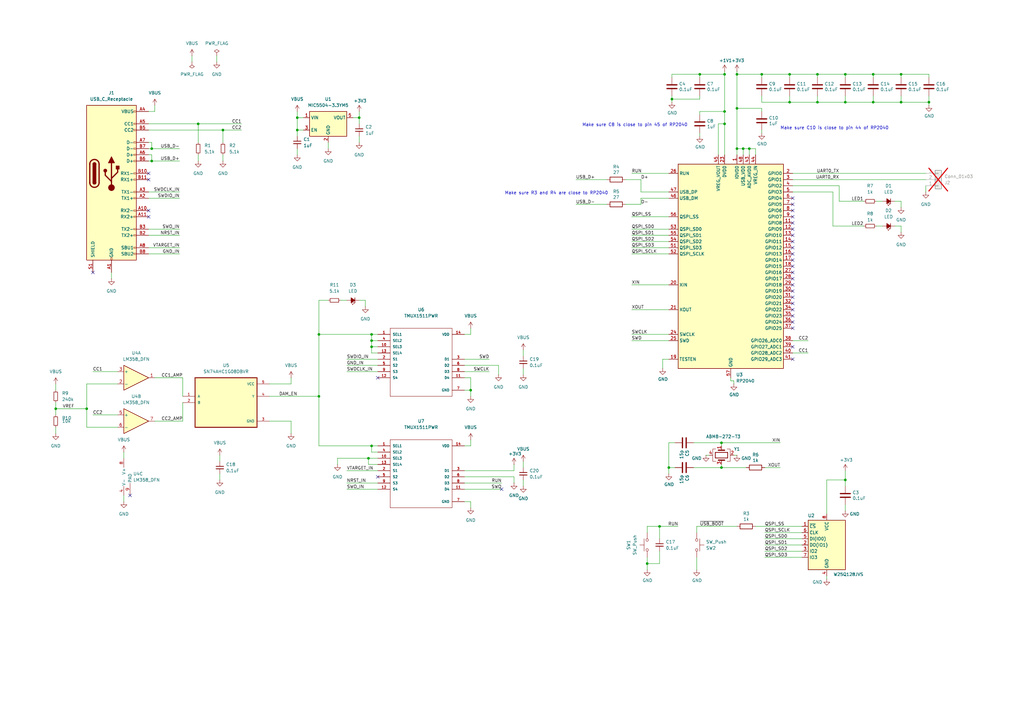
<source format=kicad_sch>
(kicad_sch (version 20231120) (generator "eeschema") (generator_version "8.0")
  (paper "A3")
  (title_block (title "SWD2USBC Sample Target") (date "2025-02-16") (rev "v1.1") (company "alvarop.com"))
  (junction (at 147.32 48.26))
  (junction (at 304.8 60.96))
  (junction (at 346.71 41.91))
  (junction (at 287.02 30.48))
  (junction (at 270.51 215.9))
  (junction (at 312.42 30.48))
  (junction (at 369.57 41.91))
  (junction (at 307.34 60.96))
  (junction (at 295.91 181.61))
  (junction (at 130.81 162.56))
  (junction (at 152.4 142.24))
  (junction (at 297.18 45.72))
  (junction (at 121.92 53.34))
  (junction (at 358.14 41.91))
  (junction (at 152.4 137.16))
  (junction (at 152.4 182.88))
  (junction (at 302.26 44.45))
  (junction (at 274.32 191.77))
  (junction (at 152.4 139.7))
  (junction (at 302.26 30.48))
  (junction (at 297.18 30.48))
  (junction (at 275.59 40.64))
  (junction (at 323.85 41.91))
  (junction (at 193.04 160.02))
  (junction (at 130.81 137.16))
  (junction (at 335.28 30.48))
  (junction (at 335.28 41.91))
  (junction (at 295.91 191.77))
  (junction (at 265.43 231.14))
  (junction (at 358.14 30.48))
  (junction (at 151.13 187.96))
  (junction (at 323.85 30.48))
  (junction (at 62.23 60.96))
  (junction (at 81.28 50.8))
  (junction (at 346.71 30.48))
  (junction (at 297.18 50.8))
  (junction (at 381 41.91))
  (junction (at 35.56 167.64))
  (junction (at 91.44 53.34))
  (junction (at 22.86 167.64))
  (junction (at 346.71 196.85))
  (junction (at 302.26 60.96))
  (junction (at 121.92 48.26))
  (junction (at 369.57 30.48))
  (junction (at 62.23 66.04))
  (no_connect (at 325.12 96.52))
  (no_connect (at 325.12 147.32))
  (no_connect (at 60.96 73.66))
  (no_connect (at 325.12 142.24))
  (no_connect (at 38.1 111.76))
  (no_connect (at 325.12 81.28))
  (no_connect (at 154.94 154.94))
  (no_connect (at 325.12 83.82))
  (no_connect (at 325.12 104.14))
  (no_connect (at 325.12 91.44))
  (no_connect (at 325.12 88.9))
  (no_connect (at 205.74 200.66))
  (no_connect (at 325.12 124.46))
  (no_connect (at 325.12 129.54))
  (no_connect (at 325.12 101.6))
  (no_connect (at 325.12 111.76))
  (no_connect (at 325.12 119.38))
  (no_connect (at 325.12 106.68))
  (no_connect (at 325.12 99.06))
  (no_connect (at 325.12 109.22))
  (no_connect (at 325.12 134.62))
  (no_connect (at 154.94 195.58))
  (no_connect (at 60.96 71.12))
  (no_connect (at 325.12 93.98))
  (no_connect (at 60.96 88.9))
  (no_connect (at 53.34 203.2))
  (no_connect (at 325.12 121.92))
  (no_connect (at 325.12 127))
  (no_connect (at 60.96 86.36))
  (no_connect (at 325.12 114.3))
  (no_connect (at 325.12 116.84))
  (no_connect (at 325.12 132.08))
  (no_connect (at 325.12 86.36))
  (wire (pts (xy 262.89 83.82) (xy 262.89 81.28)))
  (wire (pts (xy 346.71 39.37) (xy 346.71 41.91)))
  (wire (pts (xy 154.94 137.16) (xy 152.4 137.16)))
  (wire (pts (xy 38.1 152.4) (xy 48.26 152.4)))
  (wire (pts (xy 60.96 50.8) (xy 81.28 50.8)))
  (wire (pts (xy 312.42 30.48) (xy 323.85 30.48)))
  (wire (pts (xy 339.09 237.49) (xy 339.09 236.22)))
  (wire (pts (xy 369.57 39.37) (xy 369.57 41.91)))
  (wire (pts (xy 214.63 189.23) (xy 214.63 191.77)))
  (wire (pts (xy 35.56 157.48) (xy 48.26 157.48)))
  (wire (pts (xy 369.57 41.91) (xy 381 41.91)))
  (wire (pts (xy 152.4 185.42) (xy 154.94 185.42)))
  (wire (pts (xy 302.26 44.45) (xy 312.42 44.45)))
  (wire (pts (xy 312.42 45.72) (xy 312.42 44.45)))
  (wire (pts (xy 276.86 181.61) (xy 274.32 181.61)))
  (wire (pts (xy 299.72 156.21) (xy 300.99 156.21)))
  (wire (pts (xy 325.12 144.78) (xy 331.47 144.78)))
  (wire (pts (xy 369.57 92.71) (xy 369.57 95.25)))
  (wire (pts (xy 262.89 73.66) (xy 262.89 78.74)))
  (wire (pts (xy 262.89 83.82) (xy 256.54 83.82)))
  (wire (pts (xy 312.42 53.34) (xy 312.42 54.61)))
  (wire (pts (xy 358.14 39.37) (xy 358.14 41.91)))
  (wire (pts (xy 339.09 196.85) (xy 339.09 210.82)))
  (wire (pts (xy 119.38 157.48) (xy 110.49 157.48)))
  (wire (pts (xy 35.56 157.48) (xy 35.56 167.64)))
  (wire (pts (xy 142.24 152.4) (xy 154.94 152.4)))
  (wire (pts (xy 130.81 123.19) (xy 130.81 137.16)))
  (wire (pts (xy 359.41 92.71) (xy 361.95 92.71)))
  (wire (pts (xy 22.86 165.1) (xy 22.86 167.64)))
  (wire (pts (xy 275.59 30.48) (xy 287.02 30.48)))
  (wire (pts (xy 358.14 30.48) (xy 369.57 30.48)))
  (wire (pts (xy 134.62 123.19) (xy 130.81 123.19)))
  (wire (pts (xy 302.26 30.48) (xy 312.42 30.48)))
  (wire (pts (xy 154.94 182.88) (xy 152.4 182.88)))
  (wire (pts (xy 295.91 191.77) (xy 306.07 191.77)))
  (wire (pts (xy 276.86 191.77) (xy 274.32 191.77)))
  (wire (pts (xy 62.23 60.96) (xy 73.66 60.96)))
  (wire (pts (xy 152.4 144.78) (xy 154.94 144.78)))
  (wire (pts (xy 369.57 82.55) (xy 369.57 85.09)))
  (wire (pts (xy 50.8 203.2) (xy 50.8 205.74)))
  (wire (pts (xy 62.23 63.5) (xy 62.23 66.04)))
  (wire (pts (xy 295.91 190.5) (xy 295.91 191.77)))
  (wire (pts (xy 275.59 39.37) (xy 275.59 40.64)))
  (wire (pts (xy 48.26 175.26) (xy 35.56 175.26)))
  (wire (pts (xy 190.5 200.66) (xy 205.74 200.66)))
  (wire (pts (xy 193.04 134.62) (xy 193.04 137.16)))
  (wire (pts (xy 275.59 31.75) (xy 275.59 30.48)))
  (wire (pts (xy 294.64 50.8) (xy 294.64 63.5)))
  (wire (pts (xy 312.42 31.75) (xy 312.42 30.48)))
  (wire (pts (xy 119.38 154.94) (xy 119.38 157.48)))
  (wire (pts (xy 236.22 73.66) (xy 248.92 73.66)))
  (wire (pts (xy 341.63 92.71) (xy 354.33 92.71)))
  (wire (pts (xy 285.75 215.9) (xy 302.26 215.9)))
  (wire (pts (xy 284.48 181.61) (xy 295.91 181.61)))
  (wire (pts (xy 262.89 81.28) (xy 274.32 81.28)))
  (wire (pts (xy 190.5 147.32) (xy 200.66 147.32)))
  (wire (pts (xy 262.89 73.66) (xy 256.54 73.66)))
  (wire (pts (xy 142.24 193.04) (xy 154.94 193.04)))
  (wire (pts (xy 271.78 147.32) (xy 271.78 151.13)))
  (wire (pts (xy 287.02 54.61) (xy 287.02 55.88)))
  (wire (pts (xy 287.02 46.99) (xy 287.02 45.72)))
  (wire (pts (xy 275.59 40.64) (xy 287.02 40.64)))
  (wire (pts (xy 359.41 82.55) (xy 361.95 82.55)))
  (wire (pts (xy 63.5 154.94) (xy 74.93 154.94)))
  (wire (pts (xy 284.48 191.77) (xy 295.91 191.77)))
  (wire (pts (xy 328.93 223.52) (xy 313.69 223.52)))
  (wire (pts (xy 121.92 60.96) (xy 121.92 63.5)))
  (wire (pts (xy 74.93 154.94) (xy 74.93 162.56)))
  (wire (pts (xy 325.12 71.12) (xy 379.73 71.12)))
  (wire (pts (xy 381 31.75) (xy 381 30.48)))
  (wire (pts (xy 119.38 172.72) (xy 110.49 172.72)))
  (wire (pts (xy 60.96 96.52) (xy 73.66 96.52)))
  (wire (pts (xy 152.4 142.24) (xy 154.94 142.24)))
  (wire (pts (xy 214.63 196.85) (xy 214.63 199.39)))
  (wire (pts (xy 297.18 30.48) (xy 297.18 45.72)))
  (wire (pts (xy 152.4 137.16) (xy 152.4 139.7)))
  (wire (pts (xy 274.32 191.77) (xy 274.32 194.31)))
  (wire (pts (xy 190.5 149.86) (xy 204.47 149.86)))
  (wire (pts (xy 297.18 45.72) (xy 297.18 50.8)))
  (wire (pts (xy 130.81 137.16) (xy 152.4 137.16)))
  (wire (pts (xy 294.64 50.8) (xy 297.18 50.8)))
  (wire (pts (xy 152.4 139.7) (xy 154.94 139.7)))
  (wire (pts (xy 335.28 39.37) (xy 335.28 41.91)))
  (wire (pts (xy 262.89 78.74) (xy 274.32 78.74)))
  (wire (pts (xy 214.63 143.51) (xy 214.63 146.05)))
  (wire (pts (xy 38.1 170.18) (xy 48.26 170.18)))
  (wire (pts (xy 297.18 50.8) (xy 297.18 63.5)))
  (wire (pts (xy 259.08 104.14) (xy 274.32 104.14)))
  (wire (pts (xy 22.86 157.48) (xy 22.86 160.02)))
  (wire (pts (xy 193.04 180.34) (xy 193.04 182.88)))
  (wire (pts (xy 302.26 44.45) (xy 302.26 60.96)))
  (wire (pts (xy 302.26 30.48) (xy 302.26 44.45)))
  (wire (pts (xy 78.74 22.86) (xy 78.74 25.4)))
  (wire (pts (xy 313.69 191.77) (xy 320.04 191.77)))
  (wire (pts (xy 285.75 228.6) (xy 285.75 233.68)))
  (wire (pts (xy 142.24 149.86) (xy 154.94 149.86)))
  (wire (pts (xy 149.86 123.19) (xy 149.86 125.73)))
  (wire (pts (xy 367.03 82.55) (xy 369.57 82.55)))
  (wire (pts (xy 60.96 93.98) (xy 73.66 93.98)))
  (wire (pts (xy 90.17 186.69) (xy 90.17 189.23)))
  (wire (pts (xy 274.32 181.61) (xy 274.32 191.77)))
  (wire (pts (xy 110.49 162.56) (xy 130.81 162.56)))
  (wire (pts (xy 259.08 116.84) (xy 274.32 116.84)))
  (wire (pts (xy 309.88 63.5) (xy 309.88 60.96)))
  (wire (pts (xy 130.81 162.56) (xy 130.81 137.16)))
  (wire (pts (xy 193.04 137.16) (xy 190.5 137.16)))
  (wire (pts (xy 88.9 22.86) (xy 88.9 25.4)))
  (wire (pts (xy 138.43 187.96) (xy 138.43 190.5)))
  (wire (pts (xy 91.44 63.5) (xy 91.44 66.04)))
  (wire (pts (xy 130.81 162.56) (xy 130.81 182.88)))
  (wire (pts (xy 190.5 154.94) (xy 193.04 154.94)))
  (wire (pts (xy 190.5 195.58) (xy 210.82 195.58)))
  (wire (pts (xy 300.99 156.21) (xy 300.99 157.48)))
  (wire (pts (xy 274.32 139.7) (xy 259.08 139.7)))
  (wire (pts (xy 259.08 99.06) (xy 274.32 99.06)))
  (wire (pts (xy 265.43 231.14) (xy 265.43 233.68)))
  (wire (pts (xy 22.86 175.26) (xy 22.86 177.8)))
  (wire (pts (xy 346.71 41.91) (xy 335.28 41.91)))
  (wire (pts (xy 287.02 40.64) (xy 287.02 39.37)))
  (wire (pts (xy 265.43 228.6) (xy 265.43 231.14)))
  (wire (pts (xy 74.93 172.72) (xy 74.93 165.1)))
  (wire (pts (xy 60.96 53.34) (xy 91.44 53.34)))
  (wire (pts (xy 309.88 60.96) (xy 307.34 60.96)))
  (wire (pts (xy 142.24 147.32) (xy 154.94 147.32)))
  (wire (pts (xy 134.62 58.42) (xy 134.62 60.96)))
  (wire (pts (xy 346.71 30.48) (xy 358.14 30.48)))
  (wire (pts (xy 193.04 160.02) (xy 190.5 160.02)))
  (wire (pts (xy 60.96 104.14) (xy 73.66 104.14)))
  (wire (pts (xy 210.82 190.5) (xy 210.82 193.04)))
  (wire (pts (xy 313.69 218.44) (xy 328.93 218.44)))
  (wire (pts (xy 259.08 137.16) (xy 274.32 137.16)))
  (wire (pts (xy 81.28 50.8) (xy 99.06 50.8)))
  (wire (pts (xy 121.92 53.34) (xy 121.92 48.26)))
  (wire (pts (xy 271.78 147.32) (xy 274.32 147.32)))
  (wire (pts (xy 335.28 31.75) (xy 335.28 30.48)))
  (wire (pts (xy 204.47 149.86) (xy 204.47 153.67)))
  (wire (pts (xy 270.51 226.06) (xy 270.51 231.14)))
  (wire (pts (xy 307.34 60.96) (xy 307.34 63.5)))
  (wire (pts (xy 295.91 181.61) (xy 320.04 181.61)))
  (wire (pts (xy 300.99 186.69) (xy 302.26 186.69)))
  (wire (pts (xy 62.23 60.96) (xy 60.96 60.96)))
  (wire (pts (xy 193.04 154.94) (xy 193.04 160.02)))
  (wire (pts (xy 259.08 127) (xy 274.32 127)))
  (wire (pts (xy 151.13 187.96) (xy 151.13 190.5)))
  (wire (pts (xy 265.43 215.9) (xy 270.51 215.9)))
  (wire (pts (xy 312.42 39.37) (xy 312.42 41.91)))
  (wire (pts (xy 325.12 139.7) (xy 331.47 139.7)))
  (wire (pts (xy 304.8 60.96) (xy 304.8 63.5)))
  (wire (pts (xy 139.7 123.19) (xy 142.24 123.19)))
  (wire (pts (xy 287.02 30.48) (xy 297.18 30.48)))
  (wire (pts (xy 259.08 96.52) (xy 274.32 96.52)))
  (wire (pts (xy 299.72 154.94) (xy 299.72 156.21)))
  (wire (pts (xy 91.44 53.34) (xy 91.44 58.42)))
  (wire (pts (xy 147.32 123.19) (xy 149.86 123.19)))
  (wire (pts (xy 325.12 76.2) (xy 344.17 76.2)))
  (wire (pts (xy 381 41.91) (xy 381 43.18)))
  (wire (pts (xy 302.26 29.21) (xy 302.26 30.48)))
  (wire (pts (xy 63.5 172.72) (xy 74.93 172.72)))
  (wire (pts (xy 287.02 45.72) (xy 297.18 45.72)))
  (wire (pts (xy 341.63 78.74) (xy 341.63 92.71)))
  (wire (pts (xy 323.85 31.75) (xy 323.85 30.48)))
  (wire (pts (xy 130.81 182.88) (xy 152.4 182.88)))
  (wire (pts (xy 367.03 92.71) (xy 369.57 92.71)))
  (wire (pts (xy 259.08 101.6) (xy 274.32 101.6)))
  (wire (pts (xy 147.32 48.26) (xy 147.32 50.8)))
  (wire (pts (xy 152.4 139.7) (xy 152.4 142.24)))
  (wire (pts (xy 309.88 215.9) (xy 328.93 215.9)))
  (wire (pts (xy 60.96 63.5) (xy 62.23 63.5)))
  (wire (pts (xy 325.12 73.66) (xy 379.73 73.66)))
  (wire (pts (xy 307.34 60.96) (xy 304.8 60.96)))
  (wire (pts (xy 60.96 101.6) (xy 73.66 101.6)))
  (wire (pts (xy 295.91 182.88) (xy 295.91 181.61)))
  (wire (pts (xy 81.28 50.8) (xy 81.28 58.42)))
  (wire (pts (xy 369.57 31.75) (xy 369.57 30.48)))
  (wire (pts (xy 381 39.37) (xy 381 41.91)))
  (wire (pts (xy 265.43 218.44) (xy 265.43 215.9)))
  (wire (pts (xy 346.71 193.04) (xy 346.71 196.85)))
  (wire (pts (xy 190.5 193.04) (xy 210.82 193.04)))
  (wire (pts (xy 328.93 228.6) (xy 313.69 228.6)))
  (wire (pts (xy 248.92 83.82) (xy 236.22 83.82)))
  (wire (pts (xy 369.57 41.91) (xy 358.14 41.91)))
  (wire (pts (xy 121.92 45.72) (xy 121.92 48.26)))
  (wire (pts (xy 346.71 196.85) (xy 346.71 199.39)))
  (wire (pts (xy 119.38 177.8) (xy 119.38 172.72)))
  (wire (pts (xy 22.86 167.64) (xy 35.56 167.64)))
  (wire (pts (xy 259.08 88.9) (xy 274.32 88.9)))
  (wire (pts (xy 35.56 167.64) (xy 35.56 175.26)))
  (wire (pts (xy 270.51 215.9) (xy 270.51 220.98)))
  (wire (pts (xy 214.63 151.13) (xy 214.63 153.67)))
  (wire (pts (xy 346.71 207.01) (xy 346.71 209.55)))
  (wire (pts (xy 142.24 200.66) (xy 154.94 200.66)))
  (wire (pts (xy 323.85 41.91) (xy 312.42 41.91)))
  (wire (pts (xy 60.96 78.74) (xy 73.66 78.74)))
  (wire (pts (xy 270.51 215.9) (xy 278.13 215.9)))
  (wire (pts (xy 304.8 60.96) (xy 302.26 60.96)))
  (wire (pts (xy 259.08 71.12) (xy 274.32 71.12)))
  (wire (pts (xy 91.44 53.34) (xy 99.06 53.34)))
  (wire (pts (xy 193.04 205.74) (xy 190.5 205.74)))
  (wire (pts (xy 193.04 162.56) (xy 193.04 160.02)))
  (wire (pts (xy 346.71 196.85) (xy 339.09 196.85)))
  (wire (pts (xy 297.18 29.21) (xy 297.18 30.48)))
  (wire (pts (xy 210.82 198.12) (xy 210.82 195.58)))
  (wire (pts (xy 344.17 82.55) (xy 354.33 82.55)))
  (wire (pts (xy 63.5 45.72) (xy 60.96 45.72)))
  (wire (pts (xy 60.96 81.28) (xy 73.66 81.28)))
  (wire (pts (xy 45.72 111.76) (xy 45.72 114.3)))
  (wire (pts (xy 190.5 152.4) (xy 200.66 152.4)))
  (wire (pts (xy 289.56 186.69) (xy 290.83 186.69)))
  (wire (pts (xy 90.17 194.31) (xy 90.17 196.85)))
  (wire (pts (xy 22.86 167.64) (xy 22.86 170.18)))
  (wire (pts (xy 285.75 215.9) (xy 285.75 218.44)))
  (wire (pts (xy 124.46 53.34) (xy 121.92 53.34)))
  (wire (pts (xy 151.13 190.5) (xy 154.94 190.5)))
  (wire (pts (xy 154.94 187.96) (xy 151.13 187.96)))
  (wire (pts (xy 265.43 231.14) (xy 270.51 231.14)))
  (wire (pts (xy 358.14 41.91) (xy 346.71 41.91)))
  (wire (pts (xy 151.13 187.96) (xy 138.43 187.96)))
  (wire (pts (xy 147.32 45.72) (xy 147.32 48.26)))
  (wire (pts (xy 63.5 43.18) (xy 63.5 45.72)))
  (wire (pts (xy 193.04 208.28) (xy 193.04 205.74)))
  (wire (pts (xy 344.17 76.2) (xy 344.17 82.55)))
  (wire (pts (xy 60.96 66.04) (xy 62.23 66.04)))
  (wire (pts (xy 346.71 31.75) (xy 346.71 30.48)))
  (wire (pts (xy 379.73 78.74) (xy 379.73 76.2)))
  (wire (pts (xy 190.5 198.12) (xy 205.74 198.12)))
  (wire (pts (xy 147.32 48.26) (xy 144.78 48.26)))
  (wire (pts (xy 121.92 53.34) (xy 121.92 55.88)))
  (wire (pts (xy 335.28 41.91) (xy 323.85 41.91)))
  (wire (pts (xy 358.14 31.75) (xy 358.14 30.48)))
  (wire (pts (xy 335.28 30.48) (xy 346.71 30.48)))
  (wire (pts (xy 193.04 182.88) (xy 190.5 182.88)))
  (wire (pts (xy 369.57 30.48) (xy 381 30.48)))
  (wire (pts (xy 323.85 30.48) (xy 335.28 30.48)))
  (wire (pts (xy 147.32 55.88) (xy 147.32 58.42)))
  (wire (pts (xy 259.08 93.98) (xy 274.32 93.98)))
  (wire (pts (xy 62.23 58.42) (xy 62.23 60.96)))
  (wire (pts (xy 50.8 185.42) (xy 50.8 187.96)))
  (wire (pts (xy 323.85 39.37) (xy 323.85 41.91)))
  (wire (pts (xy 275.59 40.64) (xy 275.59 41.91)))
  (wire (pts (xy 62.23 66.04) (xy 73.66 66.04)))
  (wire (pts (xy 325.12 78.74) (xy 341.63 78.74)))
  (wire (pts (xy 328.93 226.06) (xy 313.69 226.06)))
  (wire (pts (xy 302.26 60.96) (xy 302.26 63.5)))
  (wire (pts (xy 81.28 63.5) (xy 81.28 66.04)))
  (wire (pts (xy 121.92 48.26) (xy 124.46 48.26)))
  (wire (pts (xy 287.02 31.75) (xy 287.02 30.48)))
  (wire (pts (xy 60.96 58.42) (xy 62.23 58.42)))
  (wire (pts (xy 152.4 182.88) (xy 152.4 185.42)))
  (wire (pts (xy 152.4 142.24) (xy 152.4 144.78)))
  (wire (pts (xy 142.24 198.12) (xy 154.94 198.12)))
  (wire (pts (xy 328.93 220.98) (xy 313.69 220.98)))
  (text "Make sure C10 is close to pin 44 of RP2040" (at 320.04 53.34 0) (effects (font (size 1.27 1.27)) (justify left bottom)))
  (text "Make sure C8 is close to pin 45 of RP2040" (at 238.76 52.07 0) (effects (font (size 1.27 1.27)) (justify left bottom)))
  (text "Make sure R3 and R4 are close to RP2040" (at 249.428 80.01 0) (effects (font (size 1.27 1.27)) (justify right bottom)))
  (label "QSPI_SD3" (at 259.08 101.6 0))
  (label "CC2" (at 99.06 53.34 180))
  (label "CC2_AMP" (at 74.93 172.72 180))
  (label "DAM_EN" (at 121.92 162.56 180))
  (label "SWD" (at 259.08 139.7 0))
  (label "USB_D+" (at 236.22 73.66 0))
  (label "QSPI_SS" (at 259.08 88.9 0))
  (label "SWD" (at 200.66 147.32 180))
  (label "CC1" (at 99.06 50.8 180))
  (label "QSPI_SD0" (at 259.08 93.98 0))
  (label "SWDCLK_IN" (at 142.24 152.4 0))
  (label "USB_D+" (at 73.66 66.04 180))
  (label "SWDIO_IN" (at 142.24 147.32 0))
  (label "GND_IN" (at 73.66 104.14 180))
  (label "USB_D-" (at 73.66 60.96 180))
  (label "SWO_IN" (at 142.24 200.66 0))
  (label "RUN" (at 259.08 71.12 0))
  (label "CC1" (at 38.1 152.4 0))
  (label "XIN" (at 259.08 116.84 0))
  (label "~{USB_BOOT}" (at 287.02 215.9 0))
  (label "QSPI_SD3" (at 313.69 228.6 0))
  (label "SWCLK" (at 200.66 152.4 180))
  (label "QSPI_SCLK" (at 313.69 218.44 0))
  (label "LED2" (at 349.25 92.71 0))
  (label "SWDCLK_IN" (at 73.66 78.74 180))
  (label "CC1" (at 331.47 144.78 180))
  (label "CC2" (at 38.1 170.18 0))
  (label "CC2" (at 331.47 139.7 180))
  (label "XOUT" (at 259.08 127 0))
  (label "UART0_TX" (at 344.17 71.12 180))
  (label "GND_IN" (at 142.24 149.86 0))
  (label "SWDIO_IN" (at 73.66 81.28 180))
  (label "QSPI_SD2" (at 259.08 99.06 0))
  (label "SWO" (at 205.74 200.66 180))
  (label "UART0_RX" (at 344.17 73.66 180))
  (label "RUN" (at 278.13 215.9 180))
  (label "VREF" (at 30.48 167.64 180))
  (label "LED1" (at 349.25 82.55 0))
  (label "NRST_IN" (at 142.24 198.12 0))
  (label "D-" (at 262.89 83.82 0))
  (label "NRST_IN" (at 73.66 96.52 180))
  (label "VTARGET_IN" (at 73.66 101.6 180))
  (label "XOUT" (at 320.04 191.77 180))
  (label "D+" (at 262.89 73.66 0))
  (label "SWCLK" (at 259.08 137.16 0))
  (label "RUN" (at 205.74 198.12 180))
  (label "SWO_IN" (at 73.66 93.98 180))
  (label "QSPI_SD1" (at 313.69 223.52 0))
  (label "CC1_AMP" (at 74.93 154.94 180))
  (label "QSPI_SS" (at 313.69 215.9 0))
  (label "USB_D-" (at 236.22 83.82 0))
  (label "QSPI_SD1" (at 259.08 96.52 0))
  (label "XIN" (at 320.04 181.61 180))
  (label "VTARGET_IN" (at 142.24 193.04 0))
  (label "QSPI_SD2" (at 313.69 226.06 0))
  (label "QSPI_SD0" (at 313.69 220.98 0))
  (label "QSPI_SCLK" (at 259.08 104.14 0))
  (symbol (lib_id "power:VBUS") (at 50.8 185.42 0) (unit 1)
    (property "Reference" "#PWR03" (effects (hide yes)))
    (property "Value" "VBUS" (at 50.8 180.34 0))
  )
  (symbol (lib_id "Device:C") (at 312.42 49.53 0) (unit 1)
    (property "Reference" "C10" (at 315.341 48.3616 0) (effects (justify left)))
    (property "Value" "1uF" (at 315.341 50.673 0) (effects (justify left)))
    (property "Footprint" "Capacitor_SMD:C_0402_1005Metric" (effects (hide yes)))
    (property "LCSC" "C52923" (effects (hide yes)))
  )
  (symbol (lib_id "Device:C") (at 275.59 35.56 0) (unit 1)
    (property "Reference" "C4" (at 278.511 34.3916 0) (effects (justify left)))
    (property "Value" "0.1uF" (at 278.511 36.703 0) (effects (justify left)))
    (property "Footprint" "Capacitor_SMD:C_0402_1005Metric" (effects (hide yes)))
    (property "LCSC" "C307331" (effects (hide yes)))
    (property "MPN" "CL05B104KB54PNC" (effects (hide yes)))
  )
  (symbol (lib_id "power:GND") (at 50.8 205.74 0) (unit 1)
    (property "Reference" "#PWR036" (effects (hide yes)))
    (property "Value" "GND" (at 50.8 210.82 0))
  )
  (symbol (lib_id "Device:C") (at 381 35.56 0) (unit 1)
    (property "Reference" "C16" (at 383.921 34.3916 0) (effects (justify left)))
    (property "Value" "0.1uF" (at 383.921 36.703 0) (effects (justify left)))
    (property "Footprint" "Capacitor_SMD:C_0402_1005Metric" (effects (hide yes)))
    (property "LCSC" "C307331" (effects (hide yes)))
    (property "MPN" "CL05B104KB54PNC" (effects (hide yes)))
  )
  (symbol (lib_id "power:GND") (at 214.63 153.67 0) (unit 1)
    (property "Reference" "#PWR042" (effects (hide yes)))
    (property "Value" "GND" (at 214.63 158.75 0))
  )
  (symbol (lib_id "power:GND") (at 275.59 41.91 0) (unit 1)
    (property "Reference" "#PWR019" (effects (hide yes)))
    (property "Value" "GND" (at 275.717 46.3042 0))
    (property "Description" "Power symbol creates a global label with name \"GND\" , ground" (effects (hide yes)))
  )
  (symbol (lib_id "power:GND") (at 369.57 95.25 0) (unit 1)
    (property "Reference" "#PWR028" (effects (hide yes)))
    (property "Value" "GND" (at 369.57 100.33 0))
    (property "Description" "Power symbol creates a global label with name \"GND\" , ground" (effects (hide yes)))
  )
  (symbol (lib_id "Memory_Flash:W25Q128JVS") (at 339.09 223.52 0) (unit 1)
    (property "Reference" "U2" (at 332.74 211.455 0))
    (property "Value" "W25Q128JVS" (at 347.98 235.585 0))
    (property "Footprint" "Package_SO:SOIC-8_5.23x5.23mm_P1.27mm" (effects (hide yes)))
    (property "Datasheet" "https://www.winbond.com/resource-files/w25q128jv_dtr%20revc%2003272018%20plus.pdf" (effects (hide yes)))
    (property "Description" "128Mb Serial Flash Memory, Standard/Dual/Quad SPI, SOIC-8" (effects (hide yes)))
    (property "LCSC" "C97521" (effects (hide yes)))
    (property "MPN" "W25Q128JVS" (effects (hide yes)))
  )
  (symbol (lib_id "power:VBUS") (at 90.17 186.69 0) (unit 1)
    (property "Reference" "#PWR05" (effects (hide yes)))
    (property "Value" "VBUS" (at 90.17 181.61 0))
  )
  (symbol (lib_id "Device:R") (at 309.88 191.77 270) (unit 1)
    (property "Reference" "R6" (at 309.88 186.5122 90))
    (property "Value" "1k" (at 309.88 188.8236 90))
    (property "Footprint" "Resistor_SMD:R_0402_1005Metric" (effects (hide yes)))
    (property "LCSC" "C4190" (effects (hide yes)))
  )
  (symbol (lib_id "power:GND") (at 22.86 177.8 0) (unit 1)
    (property "Reference" "#PWR034" (effects (hide yes)))
    (property "Value" "GND" (at 22.86 182.88 0))
  )
  (symbol (lib_id "Amplifier_Operational:LM358_DFN") (at 55.88 172.72 0) (unit 2)
    (property "Reference" "U4" (at 55.88 162.56 0))
    (property "Value" "LM358_DFN" (at 55.88 165.1 0))
    (property "Footprint" "Package_DFN_QFN:DFN-8-1EP_2x2mm_P0.5mm_EP1.05x1.75mm" (effects (hide yes)))
    (property "Datasheet" "www.st.com/resource/en/datasheet/lm358.pdf" (effects (hide yes)))
    (property "MPN" "LM358QT" (effects (hide yes)))
    (property "LCSC" "C2649392" (effects (hide yes)))
  )
  (symbol (lib_id "Device:C_Small") (at 270.51 223.52 0) (unit 1)
    (property "Reference" "C17" (at 273.05 222.2563 0) (effects (justify left)))
    (property "Value" "0.1uF" (at 273.05 224.7963 0) (effects (justify left)))
    (property "Footprint" "Capacitor_SMD:C_0402_1005Metric" (effects (hide yes)))
    (property "MPN" "CL05B104KB54PNC" (effects (hide yes)))
    (property "LCSC" "C307331" (effects (hide yes)))
  )
  (symbol (lib_id "power:VBUS") (at 22.86 157.48 0) (unit 1)
    (property "Reference" "#PWR032" (effects (hide yes)))
    (property "Value" "VBUS" (at 22.86 152.4 0))
  )
  (symbol (lib_id "power:GND") (at 193.04 208.28 0) (unit 1)
    (property "Reference" "#PWR049" (effects (hide yes)))
    (property "Value" "GND" (at 193.04 213.36 0))
  )
  (symbol (lib_id "Device:C_Small") (at 214.63 148.59 0) (unit 1)
    (property "Reference" "C19" (at 217.17 147.3262 0) (effects (justify left)))
    (property "Value" "0.1uF" (at 217.17 149.8662 0) (effects (justify left)))
    (property "Footprint" "Capacitor_SMD:C_0402_1005Metric" (effects (hide yes)))
    (property "LCSC" "C307331" (effects (hide yes)))
    (property "MPN" "CL05B104KB54PNC" (effects (hide yes)))
  )
  (symbol (lib_id "Device:C") (at 287.02 50.8 0) (unit 1)
    (property "Reference" "C8" (at 289.941 49.6316 0) (effects (justify left)))
    (property "Value" "1uF" (at 289.941 51.943 0) (effects (justify left)))
    (property "Footprint" "Capacitor_SMD:C_0402_1005Metric" (effects (hide yes)))
    (property "LCSC" "C52923" (effects (hide yes)))
  )
  (symbol (lib_id "power:GND") (at 287.02 55.88 0) (unit 1)
    (property "Reference" "#PWR020" (effects (hide yes)))
    (property "Value" "GND" (at 287.147 60.2742 0))
    (property "Description" "Power symbol creates a global label with name \"GND\" , ground" (effects (hide yes)))
  )
  (symbol (lib_id "power:GND") (at 193.04 162.56 0) (unit 1)
    (property "Reference" "#PWR044" (effects (hide yes)))
    (property "Value" "GND" (at 193.04 167.64 0))
  )
  (symbol (lib_id "snapeda:TMUX1511PWR") (at 172.72 147.32 0) (unit 1)
    (property "Reference" "U6" (at 172.72 127 0))
    (property "Value" "TMUX1511PWR" (at 172.72 129.54 0))
    (property "Footprint" "snapeda:SOP65P640X120-14N" (effects (hide yes)))
    (property "MPN" "TMUX1511PWR" (effects (hide yes)))
    (property "LCSC" "C2866750" (effects (hide yes)))
  )
  (symbol (lib_id "Device:C") (at 346.71 35.56 0) (unit 1)
    (property "Reference" "C13" (at 349.631 34.3916 0) (effects (justify left)))
    (property "Value" "0.1uF" (at 349.631 36.703 0) (effects (justify left)))
    (property "Footprint" "Capacitor_SMD:C_0402_1005Metric" (effects (hide yes)))
    (property "LCSC" "C307331" (effects (hide yes)))
    (property "MPN" "CL05B104KB54PNC" (effects (hide yes)))
  )
  (symbol (lib_id "power:VBUS") (at 193.04 180.34 0) (unit 1)
    (property "Reference" "#PWR045" (effects (hide yes)))
    (property "Value" "VBUS" (at 193.04 175.26 0))
  )
  (symbol (lib_id "Device:Crystal_GND24") (at 295.91 186.69 270) (unit 1)
    (property "Reference" "Y1" (at 300.99 184.15 90) (effects (justify left)))
    (property "Value" "ABM8-272-T3" (at 289.56 179.07 90) (effects (justify left)))
    (property "Footprint" "Crystal:Crystal_SMD_3225-4Pin_3.2x2.5mm" (effects (hide yes)))
    (property "LCSC" "C20625731" (effects (hide yes)))
    (property "MPN" "ABM8-272-T3" (effects (hide yes)))
  )
  (symbol (lib_id "Device:C_Small") (at 90.17 191.77 0) (unit 1)
    (property "Reference" "C18" (at 92.71 190.5062 0) (effects (justify left)))
    (property "Value" "0.1uF" (at 92.71 193.0462 0) (effects (justify left)))
    (property "Footprint" "Capacitor_SMD:C_0402_1005Metric" (effects (hide yes)))
    (property "LCSC" "C307331" (effects (hide yes)))
    (property "MPN" "CL05B104KB54PNC" (effects (hide yes)))
  )
  (symbol (lib_id "Device:LED_Small_Filled") (at 364.49 82.55 180) (unit 1)
    (property "Reference" "D1" (at 364.4265 76.2 0))
    (property "Value" "LED" (at 364.4265 78.74 0))
    (property "Footprint" "LED_SMD:LED_0603_1608Metric" (effects (hide yes)))
    (property "LCSC" "C72038" (effects (hide yes)))
  )
  (symbol (lib_id "Device:C") (at 335.28 35.56 0) (unit 1)
    (property "Reference" "C12" (at 338.201 34.3916 0) (effects (justify left)))
    (property "Value" "0.1uF" (at 338.201 36.703 0) (effects (justify left)))
    (property "Footprint" "Capacitor_SMD:C_0402_1005Metric" (effects (hide yes)))
    (property "LCSC" "C307331" (effects (hide yes)))
    (property "MPN" "CL05B104KB54PNC" (effects (hide yes)))
  )
  (symbol (lib_id "Device:R_Small") (at 356.87 82.55 90) (unit 1)
    (property "Reference" "R7" (at 356.87 76.2 90))
    (property "Value" "1k" (at 356.87 78.74 90))
    (property "Footprint" "Resistor_SMD:R_0402_1005Metric" (effects (hide yes)))
    (property "LCSC" "C4190" (effects (hide yes)))
  )
  (symbol (lib_id "power:GND") (at 379.73 78.74 0) (unit 1)
    (property "Reference" "#PWR029" (effects (hide yes)))
    (property "Value" "GND" (at 379.73 83.82 0))
    (property "Description" "Power symbol creates a global label with name \"GND\" , ground" (effects (hide yes)))
  )
  (symbol (lib_id "Device:C") (at 358.14 35.56 0) (unit 1)
    (property "Reference" "C14" (at 361.061 34.3916 0) (effects (justify left)))
    (property "Value" "0.1uF" (at 361.061 36.703 0) (effects (justify left)))
    (property "Footprint" "Capacitor_SMD:C_0402_1005Metric" (effects (hide yes)))
    (property "LCSC" "C307331" (effects (hide yes)))
    (property "MPN" "CL05B104KB54PNC" (effects (hide yes)))
  )
  (symbol (lib_id "power:GND") (at 119.38 177.8 0) (unit 1)
    (property "Reference" "#PWR038" (effects (hide yes)))
    (property "Value" "GND" (at 119.38 182.88 0))
  )
  (symbol (lib_id "power:VBUS") (at 193.04 134.62 0) (unit 1)
    (property "Reference" "#PWR037" (effects (hide yes)))
    (property "Value" "VBUS" (at 193.04 129.54 0))
  )
  (symbol (lib_id "power:GND") (at 274.32 194.31 0) (unit 1)
    (property "Reference" "#PWR018" (effects (hide yes)))
    (property "Value" "GND" (at 274.447 198.7042 0))
    (property "Description" "Power symbol creates a global label with name \"GND\" , ground" (effects (hide yes)))
  )
  (symbol (lib_id "power:GND") (at 300.99 157.48 0) (unit 1)
    (property "Reference" "#PWR023" (effects (hide yes)))
    (property "Value" "GND" (at 301.117 161.8742 0))
    (property "Description" "Power symbol creates a global label with name \"GND\" , ground" (effects (hide yes)))
  )
  (symbol (lib_id "power:GND") (at 369.57 85.09 0) (unit 1)
    (property "Reference" "#PWR027" (effects (hide yes)))
    (property "Value" "GND" (at 369.57 90.17 0))
    (property "Description" "Power symbol creates a global label with name \"GND\" , ground" (effects (hide yes)))
  )
  (symbol (lib_id "Device:R_Small") (at 91.44 60.96 0) (unit 1)
    (property "Reference" "R2" (at 93.98 59.6899 0) (effects (justify left)))
    (property "Value" "5.1k" (at 93.98 62.2299 0) (effects (justify left)))
    (property "Footprint" "Resistor_SMD:R_0402_1005Metric" (effects (hide yes)))
    (property "LCSC" "C105872" (effects (hide yes)))
  )
  (symbol (lib_id "power:GND") (at 147.32 58.42 0) (unit 1)
    (property "Reference" "#PWR013" (effects (hide yes)))
    (property "Value" "GND" (at 147.32 63.5 0))
    (property "Description" "Power symbol creates a global label with name \"GND\" , ground" (effects (hide yes)))
  )
  (symbol (lib_id "power:VBUS") (at 119.38 154.94 0) (unit 1)
    (property "Reference" "#PWR035" (effects (hide yes)))
    (property "Value" "VBUS" (at 119.38 149.86 0))
  )
  (symbol (lib_id "power:GND") (at 210.82 198.12 0) (unit 1)
    (property "Reference" "#PWR046" (effects (hide yes)))
    (property "Value" "GND" (at 210.82 203.2 0))
  )
  (symbol (lib_id "Device:R_Small") (at 356.87 92.71 90) (unit 1)
    (property "Reference" "R8" (at 356.87 87.63 90))
    (property "Value" "1k" (at 356.87 90.17 90))
    (property "Footprint" "Resistor_SMD:R_0402_1005Metric" (effects (hide yes)))
    (property "LCSC" "C4190" (effects (hide yes)))
  )
  (symbol (lib_id "Device:R") (at 252.73 83.82 90) (mirror x) (unit 1)
    (property "Reference" "R5" (at 252.73 78.5622 90))
    (property "Value" "27" (at 252.73 80.8736 90))
    (property "Footprint" "Resistor_SMD:R_0402_1005Metric" (effects (hide yes)))
    (property "LCSC" "C137890" (effects (hide yes)))
  )
  (symbol (lib_id "power:+3V3") (at 210.82 190.5 0) (unit 1)
    (property "Reference" "#PWR043" (effects (hide yes)))
    (property "Value" "+3V3" (at 211.201 186.1058 0))
    (property "Description" "Power symbol creates a global label with name \"+3V3\"" (effects (hide yes)))
  )
  (symbol (lib_id "power:GND") (at 312.42 54.61 0) (unit 1)
    (property "Reference" "#PWR026" (effects (hide yes)))
    (property "Value" "GND" (at 312.547 59.0042 0))
    (property "Description" "Power symbol creates a global label with name \"GND\" , ground" (effects (hide yes)))
  )
  (symbol (lib_id "power:GND") (at 265.43 233.68 0) (unit 1)
    (property "Reference" "#PWR031" (effects (hide yes)))
    (property "Value" "GND" (at 265.557 238.0742 0))
  )
  (symbol (lib_id "Device:R_Small") (at 22.86 162.56 180) (unit 1)
    (property "Reference" "R9" (at 25.4 161.2899 0) (effects (justify right)))
    (property "Value" "240k" (at 25.4 163.8299 0) (effects (justify right)))
    (property "Footprint" "Resistor_SMD:R_0402_1005Metric" (effects (hide yes)))
    (property "LCSC" "C138029" (effects (hide yes)))
  )
  (symbol (lib_id "power:GND") (at 134.62 60.96 0) (unit 1)
    (property "Reference" "#PWR011" (effects (hide yes)))
    (property "Value" "GND" (at 134.62 66.04 0))
    (property "Description" "Power symbol creates a global label with name \"GND\" , ground" (effects (hide yes)))
  )
  (symbol (lib_id "power:GND") (at 121.92 63.5 0) (unit 1)
    (property "Reference" "#PWR010" (effects (hide yes)))
    (property "Value" "GND" (at 121.92 68.58 0))
    (property "Description" "Power symbol creates a global label with name \"GND\" , ground" (effects (hide yes)))
  )
  (symbol (lib_id "power:GND") (at 289.56 186.69 0) (unit 1)
    (property "Reference" "#PWR021" (effects (hide yes)))
    (property "Value" "GND" (at 285.75 187.96 0))
    (property "Description" "Power symbol creates a global label with name \"GND\" , ground" (effects (hide yes)))
  )
  (symbol (lib_id "power:GND") (at 339.09 237.49 0) (unit 1)
    (property "Reference" "#PWR014" (effects (hide yes)))
    (property "Value" "GND" (at 335.28 238.76 0))
    (property "Description" "Power symbol creates a global label with name \"GND\" , ground" (effects (hide yes)))
  )
  (symbol (lib_id "Device:LED_Small_Filled") (at 144.78 123.19 180) (unit 1)
    (property "Reference" "D3" (at 144.7165 116.84 0))
    (property "Value" "LED" (at 144.7165 119.38 0))
    (property "Footprint" "LED_SMD:LED_0603_1608Metric" (effects (hide yes)))
    (property "LCSC" "C72038" (effects (hide yes)))
  )
  (symbol (lib_id "Device:C") (at 323.85 35.56 0) (unit 1)
    (property "Reference" "C11" (at 326.771 34.3916 0) (effects (justify left)))
    (property "Value" "0.1uF" (at 326.771 36.703 0) (effects (justify left)))
    (property "Footprint" "Capacitor_SMD:C_0402_1005Metric" (effects (hide yes)))
    (property "LCSC" "C307331" (effects (hide yes)))
    (property "MPN" "CL05B104KB54PNC" (effects (hide yes)))
  )
  (symbol (lib_id "Device:R_Small") (at 22.86 172.72 180) (unit 1)
    (property "Reference" "R10" (at 25.4 171.4499 0) (effects (justify right)))
    (property "Value" "10k" (at 25.4 172.72 0) (effects (justify right)))
    (property "Footprint" "Resistor_SMD:R_0402_1005Metric" (effects (hide yes)))
    (property "LCSC" "C25744" (effects (hide yes)))
  )
  (symbol (lib_id "power:VBUS") (at 214.63 143.51 0) (unit 1)
    (property "Reference" "#PWR039" (effects (hide yes)))
    (property "Value" "VBUS" (at 214.63 138.43 0))
  )
  (symbol (lib_id "power:PWR_FLAG") (at 88.9 22.86 0) (unit 1)
    (property "Reference" "#FLG02" (effects (hide yes)))
    (property "Value" "PWR_FLAG" (at 88.9 17.78 0))
    (property "Description" "Special symbol for telling ERC where power comes from" (effects (hide yes)))
  )
  (symbol (lib_id "power:VBUS") (at 121.92 45.72 0) (unit 1)
    (property "Reference" "#PWR09" (effects (hide yes)))
    (property "Value" "VBUS" (at 121.92 40.64 0))
    (property "Description" "Power symbol creates a global label with name \"VBUS\"" (effects (hide yes)))
  )
  (symbol (lib_id "Device:R_Small") (at 137.16 123.19 90) (unit 1)
    (property "Reference" "R11" (at 137.16 116.84 90))
    (property "Value" "5.1k" (at 137.16 119.38 90))
    (property "Footprint" "Resistor_SMD:R_0402_1005Metric" (effects (hide yes)))
    (property "LCSC" "C105872" (effects (hide yes)))
  )
  (symbol (lib_id "Device:C_Small") (at 214.63 194.31 0) (unit 1)
    (property "Reference" "C20" (at 217.17 193.0462 0) (effects (justify left)))
    (property "Value" "0.1uF" (at 217.17 195.5862 0) (effects (justify left)))
    (property "Footprint" "Capacitor_SMD:C_0402_1005Metric" (effects (hide yes)))
    (property "LCSC" "C307331" (effects (hide yes)))
    (property "MPN" "CL05B104KB54PNC" (effects (hide yes)))
  )
  (symbol (lib_id "power:GND") (at 88.9 25.4 0) (unit 1)
    (property "Reference" "#PWR07" (effects (hide yes)))
    (property "Value" "GND" (at 88.9 30.48 0))
    (property "Description" "Power symbol creates a global label with name \"GND\" , ground" (effects (hide yes)))
  )
  (symbol (lib_id "power:GND") (at 91.44 66.04 0) (unit 1)
    (property "Reference" "#PWR08" (effects (hide yes)))
    (property "Value" "GND" (at 91.44 71.12 0))
    (property "Description" "Power symbol creates a global label with name \"GND\" , ground" (effects (hide yes)))
  )
  (symbol (lib_id "power:GND") (at 346.71 209.55 0) (unit 1)
    (property "Reference" "#PWR016" (effects (hide yes)))
    (property "Value" "GND" (at 350.52 210.82 0))
    (property "Description" "Power symbol creates a global label with name \"GND\" , ground" (effects (hide yes)))
  )
  (symbol (lib_id "power:GND") (at 271.78 151.13 0) (unit 1)
    (property "Reference" "#PWR017" (effects (hide yes)))
    (property "Value" "GND" (at 271.907 155.5242 0))
    (property "Description" "Power symbol creates a global label with name \"GND\" , ground" (effects (hide yes)))
  )
  (symbol (lib_id "power:GND") (at 81.28 66.04 0) (unit 1)
    (property "Reference" "#PWR06" (effects (hide yes)))
    (property "Value" "GND" (at 81.28 71.12 0))
    (property "Description" "Power symbol creates a global label with name \"GND\" , ground" (effects (hide yes)))
  )
  (symbol (lib_id "power:GND") (at 45.72 114.3 0) (unit 1)
    (property "Reference" "#PWR01" (effects (hide yes)))
    (property "Value" "GND" (at 45.72 119.38 0))
    (property "Description" "Power symbol creates a global label with name \"GND\" , ground" (effects (hide yes)))
  )
  (symbol (lib_id "Amplifier_Operational:LM358_DFN") (at 55.88 154.94 0) (unit 1)
    (property "Reference" "U4" (at 55.88 144.78 0))
    (property "Value" "LM358_DFN" (at 55.88 147.32 0))
    (property "Footprint" "Package_DFN_QFN:DFN-8-1EP_2x2mm_P0.5mm_EP1.05x1.75mm" (effects (hide yes)))
    (property "Datasheet" "www.st.com/resource/en/datasheet/lm358.pdf" (effects (hide yes)))
    (property "MPN" "LM358QT" (effects (hide yes)))
    (property "LCSC" "C2649392" (effects (hide yes)))
  )
  (symbol (lib_id "power:GND") (at 302.26 186.69 0) (unit 1)
    (property "Reference" "#PWR025" (effects (hide yes)))
    (property "Value" "GND" (at 306.07 187.96 0))
    (property "Description" "Power symbol creates a global label with name \"GND\" , ground" (effects (hide yes)))
  )
  (symbol (lib_id "Device:C") (at 280.67 191.77 270) (unit 1)
    (property "Reference" "C6" (at 281.8384 194.691 0) (effects (justify left)))
    (property "Value" "15p" (at 279.527 194.691 0) (effects (justify left)))
    (property "Footprint" "Capacitor_SMD:C_0402_1005Metric" (effects (hide yes)))
    (property "LCSC" "C106997" (effects (hide yes)))
  )
  (symbol (lib_id "MCU_RaspberryPi:RP2040") (at 299.72 109.22 0) (unit 1)
    (property "Reference" "U3" (at 301.9141 153.67 0) (effects (justify left)))
    (property "Value" "RP2040" (at 301.9141 156.21 0) (effects (justify left)))
    (property "Footprint" "Package_DFN_QFN:QFN-56-1EP_7x7mm_P0.4mm_EP3.2x3.2mm" (effects (hide yes)))
    (property "Datasheet" "https://datasheets.raspberrypi.com/rp2040/rp2040-datasheet.pdf" (effects (hide yes)))
    (property "Description" "A microcontroller by Raspberry Pi" (effects (hide yes)))
    (property "LCSC" "C2040" (effects (hide yes)))
    (property "MPN" "RP2040" (effects (hide yes)))
  )
  (symbol (lib_id "power:+1V1") (at 297.18 29.21 0) (unit 1)
    (property "Reference" "#PWR022" (effects (hide yes)))
    (property "Value" "+1V1" (at 297.561 24.8158 0))
    (property "Description" "Power symbol creates a global label with name \"+1V1\"" (effects (hide yes)))
  )
  (symbol (lib_id "Connector:USB_C_Receptacle") (at 45.72 71.12 0) (unit 1)
    (property "Reference" "J1" (at 45.72 38.1 0))
    (property "Value" "USB_C_Receptacle" (at 45.72 40.64 0))
    (property "Footprint" "alvarop:UT11113-11602-7H" (effects (hide yes)))
    (property "Datasheet" "https://www.usb.org/sites/default/files/documents/usb_type-c.zip" (effects (hide yes)))
    (property "MPN" "UT11113-11602-7H" (effects (hide yes)))
    (property "LCSC" "C2761408" (effects (hide yes)))
  )
  (symbol (lib_id "power:GND") (at 285.75 233.68 0) (unit 1)
    (property "Reference" "#PWR033" (effects (hide yes)))
    (property "Value" "GND" (at 285.877 238.0742 0))
  )
  (symbol (lib_id "Connector_Generic:Conn_01x03") (at 384.81 73.66 0) (mirror x) (unit 1) (dnp yes)
    (property "Reference" "J2" (at 387.35 74.9301 0) (effects (justify left)))
    (property "Value" "Conn_01x03" (at 387.35 72.3901 0) (effects (justify left)))
    (property "Footprint" "Connector_PinHeader_2.54mm:PinHeader_1x03_P2.54mm_Vertical" (effects (hide yes)))
    (property "Description" "Generic connector, single row, 01x03, script generated (kicad-library-utils/schlib/autogen/connector/)" (effects (hide yes)))
  )
  (symbol (lib_id "power:+3V3") (at 147.32 45.72 0) (unit 1)
    (property "Reference" "#PWR012" (effects (hide yes)))
    (property "Value" "+3V3" (at 147.701 41.3258 0))
    (property "Description" "Power symbol creates a global label with name \"+3V3\"" (effects (hide yes)))
  )
  (symbol (lib_id "Device:R_Small") (at 81.28 60.96 0) (unit 1)
    (property "Reference" "R1" (at 83.82 59.6899 0) (effects (justify left)))
    (property "Value" "5.1k" (at 83.82 62.2299 0) (effects (justify left)))
    (property "Footprint" "Resistor_SMD:R_0402_1005Metric" (effects (hide yes)))
    (property "LCSC" "C105872" (effects (hide yes)))
  )
  (symbol (lib_id "snapeda:TMUX1511PWR") (at 172.72 193.04 0) (unit 1)
    (property "Reference" "U7" (at 172.72 172.72 0))
    (property "Value" "TMUX1511PWR" (at 172.72 175.26 0))
    (property "Footprint" "snapeda:SOP65P640X120-14N" (effects (hide yes)))
    (property "MPN" "TMUX1511PWR" (effects (hide yes)))
    (property "LCSC" "C2866750" (effects (hide yes)))
  )
  (symbol (lib_id "power:GND") (at 214.63 199.39 0) (unit 1)
    (property "Reference" "#PWR047" (effects (hide yes)))
    (property "Value" "GND" (at 214.63 204.47 0))
  )
  (symbol (lib_id "power:GND") (at 138.43 190.5 0) (unit 1)
    (property "Reference" "#PWR051" (effects (hide yes)))
    (property "Value" "GND" (at 138.43 195.58 0))
  )
  (symbol (lib_id "Device:C") (at 346.71 203.2 0) (unit 1)
    (property "Reference" "C3" (at 349.631 202.0316 0) (effects (justify left)))
    (property "Value" "0.1uF" (at 349.631 204.343 0) (effects (justify left)))
    (property "Footprint" "Capacitor_SMD:C_0402_1005Metric" (effects (hide yes)))
    (property "LCSC" "C307331" (effects (hide yes)))
    (property "MPN" "CL05B104KB54PNC" (effects (hide yes)))
  )
  (symbol (lib_id "Switch:SW_Push") (at 285.75 223.52 270) (mirror x) (unit 1)
    (property "Reference" "SW2" (at 289.56 224.79 90) (effects (justify left)))
    (property "Value" "SW_Push" (at 289.56 222.25 90) (effects (justify left)))
    (property "Footprint" "easyeda:SW-SMD_L3.9-W3.0-P4.45" (effects (hide yes)))
    (property "MPN" "SKRKAEE020" (effects (hide yes)))
    (property "LCSC" "C115357" (effects (hide yes)))
  )
  (symbol (lib_id "power:VBUS") (at 78.74 22.86 0) (unit 1)
    (property "Reference" "#PWR04" (effects (hide yes)))
    (property "Value" "VBUS" (at 78.74 17.78 0))
    (property "Description" "Power symbol creates a global label with name \"VBUS\"" (effects (hide yes)))
  )
  (symbol (lib_id "Device:C") (at 280.67 181.61 270) (unit 1)
    (property "Reference" "C5" (at 281.8384 184.531 0) (effects (justify left)))
    (property "Value" "15p" (at 279.527 184.531 0) (effects (justify left)))
    (property "Footprint" "Capacitor_SMD:C_0402_1005Metric" (effects (hide yes)))
    (property "LCSC" "C106997" (effects (hide yes)))
  )
  (symbol (lib_id "Device:C") (at 287.02 35.56 0) (unit 1)
    (property "Reference" "C7" (at 289.941 34.3916 0) (effects (justify left)))
    (property "Value" "0.1uF" (at 289.941 36.703 0) (effects (justify left)))
    (property "Footprint" "Capacitor_SMD:C_0402_1005Metric" (effects (hide yes)))
    (property "LCSC" "C307331" (effects (hide yes)))
    (property "MPN" "CL05B104KB54PNC" (effects (hide yes)))
  )
  (symbol (lib_id "Device:C_Small") (at 121.92 58.42 0) (unit 1)
    (property "Reference" "C1" (at 124.46 57.1562 0) (effects (justify left)))
    (property "Value" "1uF" (at 124.46 59.6962 0) (effects (justify left)))
    (property "Footprint" "Capacitor_SMD:C_0402_1005Metric" (effects (hide yes)))
    (property "LCSC" "C52923" (effects (hide yes)))
  )
  (symbol (lib_id "power:GND") (at 149.86 125.73 0) (unit 1)
    (property "Reference" "#PWR048" (effects (hide yes)))
    (property "Value" "GND" (at 149.86 130.81 0))
    (property "Description" "Power symbol creates a global label with name \"GND\" , ground" (effects (hide yes)))
  )
  (symbol (lib_id "power:GND") (at 204.47 153.67 0) (unit 1)
    (property "Reference" "#PWR050" (effects (hide yes)))
    (property "Value" "GND" (at 204.47 158.75 0))
  )
  (symbol (lib_id "power:VBUS") (at 63.5 43.18 0) (unit 1)
    (property "Reference" "#PWR02" (effects (hide yes)))
    (property "Value" "VBUS" (at 63.5 38.1 0))
    (property "Description" "Power symbol creates a global label with name \"VBUS\"" (effects (hide yes)))
  )
  (symbol (lib_id "power:GND") (at 90.17 196.85 0) (unit 1)
    (property "Reference" "#PWR040" (effects (hide yes)))
    (property "Value" "GND" (at 90.17 201.93 0))
  )
  (symbol (lib_id "Regulator_Linear:MIC5504-3.3YM5") (at 134.62 50.8 0) (unit 1)
    (property "Reference" "U1" (at 134.62 40.64 0))
    (property "Value" "MIC5504-3.3YM5" (at 134.62 43.18 0))
    (property "Footprint" "Package_TO_SOT_SMD:SOT-23-5" (effects (hide yes)))
    (property "Datasheet" "http://ww1.microchip.com/downloads/en/DeviceDoc/MIC550X.pdf" (effects (hide yes)))
    (property "MPN" "MIC5504-3.3YM5-TR" (effects (hide yes)))
    (property "LCSC" "C41348078" (effects (hide yes)))
  )
  (symbol (lib_id "Device:C_Small") (at 147.32 53.34 0) (unit 1)
    (property "Reference" "C2" (at 149.86 52.0762 0) (effects (justify left)))
    (property "Value" "1uF" (at 149.86 54.6162 0) (effects (justify left)))
    (property "Footprint" "Capacitor_SMD:C_0402_1005Metric" (effects (hide yes)))
    (property "LCSC" "C52923" (effects (hide yes)))
  )
  (symbol (lib_id "Device:R") (at 306.07 215.9 270) (unit 1)
    (property "Reference" "R3" (at 306.07 210.6422 90))
    (property "Value" "1k" (at 306.07 212.9536 90))
    (property "Footprint" "Resistor_SMD:R_0402_1005Metric" (effects (hide yes)))
    (property "LCSC" "C4190" (effects (hide yes)))
  )
  (symbol (lib_id "Device:C") (at 369.57 35.56 0) (unit 1)
    (property "Reference" "C15" (at 372.491 34.3916 0) (effects (justify left)))
    (property "Value" "0.1uF" (at 372.491 36.703 0) (effects (justify left)))
    (property "Footprint" "Capacitor_SMD:C_0402_1005Metric" (effects (hide yes)))
    (property "LCSC" "C307331" (effects (hide yes)))
    (property "MPN" "CL05B104KB54PNC" (effects (hide yes)))
  )
  (symbol (lib_id "Switch:SW_Push") (at 265.43 223.52 90) (unit 1)
    (property "Reference" "SW1" (at 257.81 223.52 0))
    (property "Value" "SW_Push" (at 260.35 223.52 0))
    (property "Footprint" "easyeda:SW-SMD_L3.9-W3.0-P4.45" (effects (hide yes)))
    (property "MPN" "SKRKAEE020" (effects (hide yes)))
    (property "LCSC" "C115357" (effects (hide yes)))
  )
  (symbol (lib_id "power:+3V3") (at 302.26 29.21 0) (unit 1)
    (property "Reference" "#PWR024" (effects (hide yes)))
    (property "Value" "+3V3" (at 302.641 24.8158 0))
    (property "Description" "Power symbol creates a global label with name \"+3V3\"" (effects (hide yes)))
  )
  (symbol (lib_id "power:VBUS") (at 214.63 189.23 0) (unit 1)
    (property "Reference" "#PWR041" (effects (hide yes)))
    (property "Value" "VBUS" (at 214.63 184.15 0))
  )
  (symbol (lib_id "power:+3V3") (at 346.71 193.04 0) (unit 1)
    (property "Reference" "#PWR015" (effects (hide yes)))
    (property "Value" "+3V3" (at 347.091 188.6458 0))
    (property "Description" "Power symbol creates a global label with name \"+3V3\"" (effects (hide yes)))
  )
  (symbol (lib_id "power:PWR_FLAG") (at 78.74 25.4 180) (unit 1)
    (property "Reference" "#FLG01" (effects (hide yes)))
    (property "Value" "PWR_FLAG" (at 78.74 30.48 0))
    (property "Description" "Special symbol for telling ERC where power comes from" (effects (hide yes)))
  )
  (symbol (lib_id "Device:LED_Small_Filled") (at 364.49 92.71 180) (unit 1)
    (property "Reference" "D2" (at 364.4265 86.36 0))
    (property "Value" "LED" (at 364.4265 88.9 0))
    (property "Footprint" "LED_SMD:LED_0603_1608Metric" (effects (hide yes)))
    (property "LCSC" "C72038" (effects (hide yes)))
  )
  (symbol (lib_id "Amplifier_Operational:LM358_DFN") (at 53.34 195.58 0) (unit 3)
    (property "Reference" "U4" (at 54.61 194.3099 0) (effects (justify left)))
    (property "Value" "LM358_DFN" (at 54.61 196.8499 0) (effects (justify left)))
    (property "Footprint" "Package_DFN_QFN:DFN-8-1EP_2x2mm_P0.5mm_EP1.05x1.75mm" (effects (hide yes)))
    (property "Datasheet" "www.st.com/resource/en/datasheet/lm358.pdf" (effects (hide yes)))
    (property "MPN" "LM358QT" (effects (hide yes)))
    (property "LCSC" "C2649392" (effects (hide yes)))
  )
  (symbol (lib_id "power:GND") (at 381 43.18 0) (unit 1)
    (property "Reference" "#PWR030" (effects (hide yes)))
    (property "Value" "GND" (at 381.127 47.5742 0))
    (property "Description" "Power symbol creates a global label with name \"GND\" , ground" (effects (hide yes)))
  )
  (symbol (lib_id "Device:C") (at 312.42 35.56 0) (unit 1)
    (property "Reference" "C9" (at 315.341 34.3916 0) (effects (justify left)))
    (property "Value" "0.1uF" (at 315.341 36.703 0) (effects (justify left)))
    (property "Footprint" "Capacitor_SMD:C_0402_1005Metric" (effects (hide yes)))
    (property "LCSC" "C307331" (effects (hide yes)))
    (property "MPN" "CL05B104KB54PNC" (effects (hide yes)))
  )
  (symbol (lib_id "snapeda:SN74AHC1G08DBVRG4") (at 92.71 165.1 0) (unit 1)
    (property "Reference" "U5" (at 92.71 149.86 0))
    (property "Value" "SN74AHC1G08DBVR" (at 92.71 152.4 0))
    (property "Footprint" "snapeda:SOT95P280X145-5N" (effects (hide yes)))
    (property "MPN" "SN74AHC1G08DBVR" (effects (hide yes)))
    (property "LCSC" "C7467" (effects (hide yes)))
  )
  (symbol (lib_id "Device:R") (at 252.73 73.66 90) (mirror x) (unit 1)
    (property "Reference" "R4" (at 252.73 68.4022 90))
    (property "Value" "27" (at 252.73 70.7136 90))
    (property "Footprint" "Resistor_SMD:R_0402_1005Metric" (effects (hide yes)))
    (property "LCSC" "C137890" (effects (hide yes)))
  )
)
</source>
